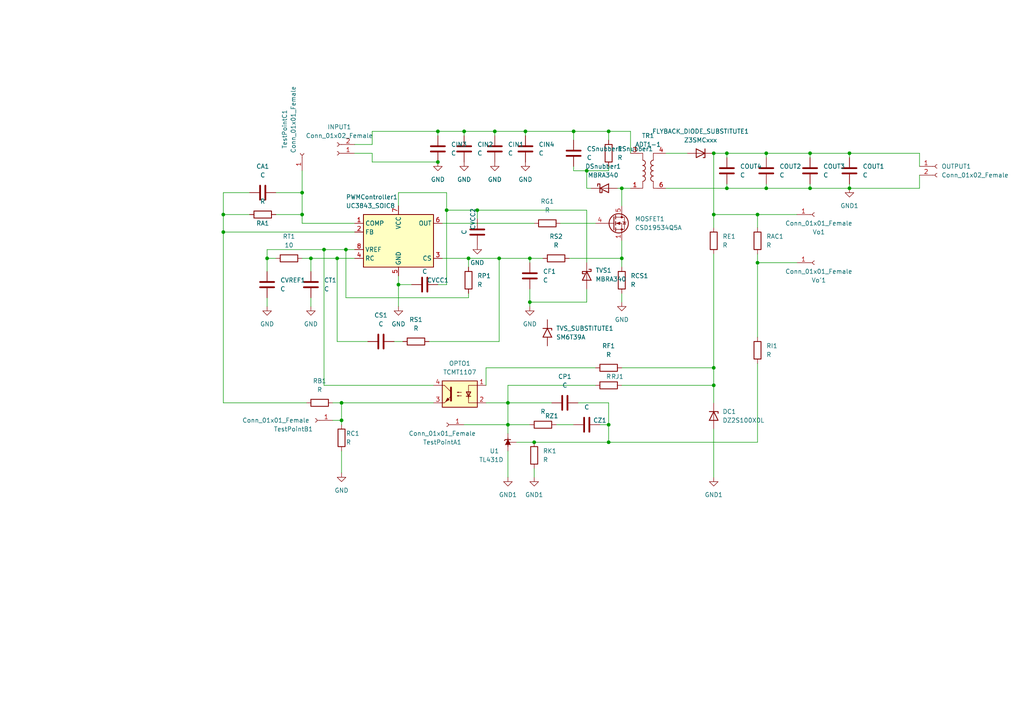
<source format=kicad_sch>
(kicad_sch (version 20211123) (generator eeschema)
  (paper "A4")
  (lib_symbols
    (symbol "Connector:Conn_01x01_Female" (pin_names (offset 1.016) hide)
      (property "Reference" "J" (at 0 2.54 0))
      (property "Value" "Conn_01x01_Female" (at 0 -2.54 0))
      (symbol "Conn_01x01_Female_1_1"
        (polyline (pts (xy -1.27 0) (xy -0.508 0)) (stroke (width 0.1524)))
        (arc (start 0 0.508) (mid -0.508 0) (end 0 -0.508) (stroke (width 0.1524)))
        (pin passive line (at -5.08 0 0) (length 3.81) (name "Pin_1") (number "1"))
      )
    )
    (symbol "Connector:Conn_01x02_Female" (pin_names (offset 1.016) hide)
      (property "Reference" "J" (at 0 2.54 0))
      (property "Value" "Conn_01x02_Female" (at 0 -5.08 0))
      (symbol "Conn_01x02_Female_1_1"
        (arc (start 0 -2.032) (mid -0.508 -2.54) (end 0 -3.048) (stroke (width 0.1524)))
        (polyline (pts (xy -1.27 -2.54) (xy -0.508 -2.54)) (stroke (width 0.1524)))
        (polyline (pts (xy -1.27 0) (xy -0.508 0)) (stroke (width 0.1524)))
        (arc (start 0 0.508) (mid -0.508 0) (end 0 -0.508) (stroke (width 0.1524)))
        (pin passive line (at -5.08 0 0) (length 3.81) (name "Pin_1") (number "1"))
        (pin passive line (at -5.08 -2.54 0) (length 3.81) (name "Pin_2") (number "2"))
      )
    )
    (symbol "Device:C" (pin_numbers hide) (pin_names (offset 0.254))
      (property "Reference" "C" (at 0.635 2.54 0))
      (property "Value" "C" (at 0.635 -2.54 0))
      (symbol "C_0_1"
        (polyline (pts (xy -2.032 -0.762) (xy 2.032 -0.762)) (stroke (width 0.508)))
        (polyline (pts (xy -2.032 0.762) (xy 2.032 0.762)) (stroke (width 0.508)))
      )
      (symbol "C_1_1"
        (pin passive line (at 0 3.81 270) (length 2.794) (name "~") (number "1"))
        (pin passive line (at 0 -3.81 90) (length 2.794) (name "~") (number "2"))
      )
    )
    (symbol "Device:R" (pin_numbers hide) (pin_names (offset 0))
      (property "Reference" "R" (at 2.032 0 90))
      (property "Value" "R" (at 0 0 90))
      (symbol "R_0_1"
        (rectangle (start -1.016 -2.54) (end 1.016 2.54) (stroke (width 0.254)))
      )
      (symbol "R_1_1"
        (pin passive line (at 0 3.81 270) (length 1.27) (name "~") (number "1"))
        (pin passive line (at 0 -3.81 90) (length 1.27) (name "~") (number "2"))
      )
    )
    (symbol "Diode:DZ2S100X0L" (pin_numbers hide) (pin_names hide)
      (property "Reference" "D" (at 0 2.54 0))
      (property "Value" "DZ2S100X0L" (at 0 -2.54 0))
      (symbol "DZ2S100X0L_0_1"
        (polyline (pts (xy 1.27 0) (xy -1.27 0)))
        (polyline (pts (xy -1.27 -1.27) (xy -1.27 1.27) (xy -0.762 1.27)) (stroke (width 0.254)))
        (polyline (pts (xy 1.27 -1.27) (xy 1.27 1.27) (xy -1.27 0) (xy 1.27 -1.27)) (stroke (width 0.254)))
      )
      (symbol "DZ2S100X0L_1_1"
        (pin passive line (at -3.81 0 0) (length 2.54) (name "K") (number "1"))
        (pin passive line (at 3.81 0 180) (length 2.54) (name "A") (number "2"))
      )
    )
    (symbol "Diode:MBRA340" (pin_numbers hide) (pin_names hide)
      (property "Reference" "D" (at 0 2.54 0))
      (property "Value" "MBRA340" (at 0 -2.54 0))
      (symbol "MBRA340_0_1"
        (polyline (pts (xy 1.27 0) (xy -1.27 0)))
        (polyline (pts (xy 1.27 1.27) (xy 1.27 -1.27) (xy -1.27 0) (xy 1.27 1.27)) (stroke (width 0.254)))
        (polyline (pts (xy -1.905 0.635) (xy -1.905 1.27) (xy -1.27 1.27) (xy -1.27 -1.27) (xy -0.635 -1.27) (xy -0.635 -0.635)) (stroke (width 0.254)))
      )
      (symbol "MBRA340_1_1"
        (pin passive line (at -3.81 0 0) (length 2.54) (name "K") (number "1"))
        (pin passive line (at 3.81 0 180) (length 2.54) (name "A") (number "2"))
      )
    )
    (symbol "Diode:SM6T39A" (pin_numbers hide) (pin_names (offset 1.016) hide)
      (property "Reference" "D" (at 0 2.54 0))
      (property "Value" "SM6T39A" (at 0 -2.54 0))
      (symbol "SM6T39A_0_1"
        (polyline (pts (xy -0.762 1.27) (xy -1.27 1.27) (xy -1.27 -1.27)) (stroke (width 0.254)))
        (polyline (pts (xy 1.27 1.27) (xy 1.27 -1.27) (xy -1.27 0) (xy 1.27 1.27)) (stroke (width 0.254)))
      )
      (symbol "SM6T39A_1_1"
        (pin passive line (at -3.81 0 0) (length 2.54) (name "A1") (number "1"))
        (pin passive line (at 3.81 0 180) (length 2.54) (name "A2") (number "2"))
      )
    )
    (symbol "Diode:Z3SMCxxx" (pin_numbers hide) (pin_names hide)
      (property "Reference" "D" (at 0 2.54 0))
      (property "Value" "Z3SMCxxx" (at 0 -2.54 0))
      (symbol "Z3SMCxxx_0_1"
        (polyline (pts (xy 1.27 0) (xy -1.27 0)))
        (polyline (pts (xy -1.27 -1.27) (xy -1.27 1.27) (xy -0.762 1.27)) (stroke (width 0.254)))
        (polyline (pts (xy 1.27 -1.27) (xy 1.27 1.27) (xy -1.27 0) (xy 1.27 -1.27)) (stroke (width 0.254)))
      )
      (symbol "Z3SMCxxx_1_1"
        (pin passive line (at -3.81 0 0) (length 2.54) (name "K") (number "1"))
        (pin passive line (at 3.81 0 180) (length 2.54) (name "A") (number "2"))
      )
    )
    (symbol "Isolator:TCMT1107" (pin_names (offset 1.016))
      (property "Reference" "U" (at 0 5.08 0))
      (property "Value" "TCMT1107" (at 0 -5.08 0))
      (symbol "TCMT1107_1_1"
        (rectangle (start -5.08 3.81) (end 5.08 -3.81) (stroke (width 0.254)) (fill (type background)))
        (polyline (pts (xy -3.175 -0.635) (xy -1.905 -0.635)) (stroke (width 0.254)))
        (polyline (pts (xy 2.54 0.635) (xy 4.445 2.54)))
        (polyline (pts (xy 4.445 -2.54) (xy 2.54 -0.635)) (fill (type outline)))
        (polyline (pts (xy 4.445 -2.54) (xy 5.08 -2.54)))
        (polyline (pts (xy 4.445 2.54) (xy 5.08 2.54)))
        (polyline (pts (xy -2.54 -0.635) (xy -2.54 -2.54) (xy -5.08 -2.54)))
        (polyline (pts (xy 2.54 1.905) (xy 2.54 -1.905) (xy 2.54 -1.905)) (stroke (width 0.508)))
        (polyline (pts (xy -5.08 2.54) (xy -2.54 2.54) (xy -2.54 -1.27) (xy -2.54 0.635)))
        (polyline (pts (xy -2.54 -0.635) (xy -3.175 0.635) (xy -1.905 0.635) (xy -2.54 -0.635)) (stroke (width 0.254)))
        (polyline (pts (xy -0.508 -0.508) (xy 0.762 -0.508) (xy 0.381 -0.635) (xy 0.381 -0.381) (xy 0.762 -0.508)))
        (polyline (pts (xy -0.508 0.508) (xy 0.762 0.508) (xy 0.381 0.381) (xy 0.381 0.635) (xy 0.762 0.508)))
        (polyline (pts (xy 3.048 -1.651) (xy 3.556 -1.143) (xy 4.064 -2.159) (xy 3.048 -1.651) (xy 3.048 -1.651)) (fill (type outline)))
        (pin passive line (at -7.62 2.54 0) (length 2.54) (name "~") (number "1"))
        (pin passive line (at -7.62 -2.54 0) (length 2.54) (name "~") (number "2"))
        (pin passive line (at 7.62 -2.54 180) (length 2.54) (name "~") (number "3"))
        (pin passive line (at 7.62 2.54 180) (length 2.54) (name "~") (number "4"))
      )
    )
    (symbol "Reference_Voltage:TL431D" (pin_numbers hide) (pin_names hide)
      (property "Reference" "U" (at 0 -2.54 0))
      (property "Value" "TL431D" (at 0 -4.445 0))
      (symbol "TL431D_0_1"
        (polyline (pts (xy -1.27 0) (xy 0 0) (xy 1.27 0)))
        (polyline (pts (xy -0.762 0.762) (xy 0.762 0) (xy -0.762 -0.762)) (fill (type outline)))
        (polyline (pts (xy 0.508 -1.016) (xy 0.762 -0.762) (xy 0.762 0.762) (xy 0.762 0.762)) (stroke (width 0.254)))
      )
      (symbol "TL431D_1_1"
        (polyline (pts (xy 0 1.27) (xy 0 0)))
        (pin passive line (at 2.54 0 180) (length 2.54) (name "K") (number "1"))
        (pin passive line (at -2.54 0 0) (length 2.54) (name "A") (number "2"))
        (pin passive line (at -2.54 0 0) (length 2.54) hide (name "A") (number "3"))
        (pin passive line (at -2.54 0 0) (length 2.54) hide (name "A") (number "6"))
        (pin passive line (at -2.54 0 0) (length 2.54) hide (name "A") (number "7"))
        (pin passive line (at 0 2.54 270) (length 2.54) (name "REF") (number "8"))
      )
    )
    (symbol "Regulator_Controller:UC3843_SOIC8"
      (property "Reference" "U" (at 3.81 11.43 0))
      (property "Value" "UC3843_SOIC8" (at 3.81 8.89 0))
      (symbol "UC3843_SOIC8_0_1"
        (rectangle (start -10.16 -7.62) (end 10.16 7.62) (stroke (width 0.254)) (fill (type background)))
      )
      (symbol "UC3843_SOIC8_1_1"
        (pin passive line (at -12.7 5.08 0) (length 2.54) (name "COMP") (number "1"))
        (pin input line (at -12.7 2.54 0) (length 2.54) (name "FB") (number "2"))
        (pin input line (at 12.7 -5.08 180) (length 2.54) (name "CS") (number "3"))
        (pin passive line (at -12.7 -5.08 0) (length 2.54) (name "RC") (number "4"))
        (pin power_in line (at 0 -10.16 90) (length 2.54) (name "GND") (number "5"))
        (pin output line (at 12.7 5.08 180) (length 2.54) (name "OUT") (number "6"))
        (pin power_in line (at 0 10.16 270) (length 2.54) (name "VCC") (number "7"))
        (pin power_out line (at -12.7 -2.54 0) (length 2.54) (name "VREF") (number "8"))
      )
    )
    (symbol "Transformer:ADT1-1" (pin_names hide)
      (property "Reference" "TR" (at 0 6.35 0))
      (property "Value" "ADT1-1" (at 0 -6.35 0))
      (symbol "ADT1-1_0_1"
        (arc (start -1.524 -3.048) (mid -0.762 -2.286) (end -1.524 -1.524) (stroke (width 0.2032)))
        (arc (start -1.524 -1.524) (mid -0.762 -0.762) (end -1.524 0) (stroke (width 0.2032)))
        (arc (start -1.524 0) (mid -0.762 0.762) (end -1.524 1.524) (stroke (width 0.2032)))
        (arc (start -1.524 1.524) (mid -0.762 2.286) (end -1.524 3.048) (stroke (width 0.2032)))
        (polyline (pts (xy -2.54 5.08) (xy -1.524 5.08) (xy -1.524 3.048)) (stroke (width 0.1524)))
        (polyline (pts (xy -1.524 -3.048) (xy -1.524 -5.08) (xy -2.54 -5.08)) (stroke (width 0.1524)))
        (polyline (pts (xy 1.524 3.048) (xy 1.524 5.08) (xy 2.54 5.08)) (stroke (width 0.1524)))
        (polyline (pts (xy 2.54 -5.08) (xy 1.524 -5.08) (xy 1.524 -3.048)) (stroke (width 0.1524)))
        (arc (start 1.524 -1.524) (mid 0.762 -2.286) (end 1.524 -3.048) (stroke (width 0.2032)))
        (arc (start 1.524 0) (mid 0.762 -0.762) (end 1.524 -1.524) (stroke (width 0.2032)))
        (arc (start 1.524 1.524) (mid 0.762 0.762) (end 1.524 0) (stroke (width 0.2032)))
        (arc (start 1.524 3.048) (mid 0.762 2.286) (end 1.524 1.524) (stroke (width 0.2032)))
      )
      (symbol "ADT1-1_1_1"
        (pin passive line (at -5.08 -5.08 0) (length 2.54) (name "~") (number "1"))
        (pin passive line (at -5.08 5.08 0) (length 2.54) (name "~") (number "3"))
        (pin passive line (at 5.08 5.08 180) (length 2.54) (name "~") (number "4"))
        (pin passive line (at 5.08 -5.08 180) (length 2.54) (name "~") (number "6"))
      )
    )
    (symbol "Transistor_FET:CSD19534Q5A" (pin_names hide)
      (property "Reference" "Q" (at 5.08 1.905 0))
      (property "Value" "CSD19534Q5A" (at 5.08 0 0))
      (symbol "CSD19534Q5A_0_1"
        (polyline (pts (xy 0.254 0) (xy -2.54 0)))
        (polyline (pts (xy 0.254 1.905) (xy 0.254 -1.905)) (stroke (width 0.254)))
        (polyline (pts (xy 0.762 -1.27) (xy 0.762 -2.286)) (stroke (width 0.254)))
        (polyline (pts (xy 0.762 0.508) (xy 0.762 -0.508)) (stroke (width 0.254)))
        (polyline (pts (xy 0.762 2.286) (xy 0.762 1.27)) (stroke (width 0.254)))
        (polyline (pts (xy 2.54 2.54) (xy 2.54 1.778)))
        (polyline (pts (xy 2.54 -2.54) (xy 2.54 0) (xy 0.762 0)))
        (polyline (pts (xy 0.762 -1.778) (xy 3.302 -1.778) (xy 3.302 1.778) (xy 0.762 1.778)))
        (polyline (pts (xy 1.016 0) (xy 2.032 0.381) (xy 2.032 -0.381) (xy 1.016 0)) (fill (type outline)))
        (polyline (pts (xy 2.794 0.508) (xy 2.921 0.381) (xy 3.683 0.381) (xy 3.81 0.254)))
        (polyline (pts (xy 3.302 0.381) (xy 2.921 -0.254) (xy 3.683 -0.254) (xy 3.302 0.381)))
        (circle (center 1.651 0) (radius 2.794) (stroke (width 0.254)))
        (circle (center 2.54 -1.778) (radius 0.254) (fill (type outline)))
        (circle (center 2.54 1.778) (radius 0.254) (fill (type outline)))
      )
      (symbol "CSD19534Q5A_1_1"
        (pin passive line (at 2.54 -5.08 90) (length 2.54) (name "S") (number "1"))
        (pin passive line (at 2.54 -5.08 90) (length 2.54) hide (name "S") (number "2"))
        (pin passive line (at 2.54 -5.08 90) (length 2.54) hide (name "S") (number "3"))
        (pin passive line (at -5.08 0 0) (length 2.54) (name "G") (number "4"))
        (pin passive line (at 2.54 5.08 270) (length 2.54) (name "D") (number "5"))
      )
    )
    (symbol "power:GND" (power) (pin_names (offset 0))
      (property "Value" "GND" (at 0 -3.81 0))
      (symbol "GND_0_1"
        (polyline (pts (xy 0 0) (xy 0 -1.27) (xy 1.27 -1.27) (xy 0 -2.54) (xy -1.27 -1.27) (xy 0 -1.27)))
      )
      (symbol "GND_1_1"
        (pin power_in line (at 0 0 270) (length 0) hide (name "GND") (number "1"))
      )
    )
    (symbol "power:GND1" (power) (pin_names (offset 0))
      (property "Value" "GND1" (at 0 -3.81 0))
      (symbol "GND1_0_1"
        (polyline (pts (xy 0 0) (xy 0 -1.27) (xy 1.27 -1.27) (xy 0 -2.54) (xy -1.27 -1.27) (xy 0 -1.27)))
      )
      (symbol "GND1_1_1"
        (pin power_in line (at 0 0 270) (length 0) hide (name "GND1") (number "1"))
      )
    )
  )
  (junction (at 100.33 72.39))
  (junction (at 147.32 116.84))
  (junction (at 135.89 74.93))
  (junction (at 222.25 44.45))
  (junction (at 144.78 74.93))
  (junction (at 219.71 76.2))
  (junction (at 234.95 44.45))
  (junction (at 176.53 123.19))
  (junction (at 246.38 44.45))
  (junction (at 207.01 111.76))
  (junction (at 129.54 60.96))
  (junction (at 207.01 44.45))
  (junction (at 127 38.1))
  (junction (at 166.37 38.1))
  (junction (at 210.82 54.61))
  (junction (at 134.62 38.1))
  (junction (at 138.43 60.96))
  (junction (at 180.34 74.93))
  (junction (at 222.25 54.61))
  (junction (at 152.4 38.1))
  (junction (at 153.67 74.93))
  (junction (at 153.67 87.63))
  (junction (at 219.71 62.23))
  (junction (at 210.82 44.45))
  (junction (at 154.94 128.27))
  (junction (at 234.95 54.61))
  (junction (at 180.34 54.61))
  (junction (at 87.63 62.23))
  (junction (at 90.17 74.93))
  (junction (at 93.98 72.39))
  (junction (at 246.38 54.61))
  (junction (at 87.63 55.88))
  (junction (at 170.18 49.53))
  (junction (at 99.06 121.92))
  (junction (at 176.53 128.27))
  (junction (at 176.53 38.1))
  (junction (at 77.47 74.93))
  (junction (at 127 46.99))
  (junction (at 143.51 38.1))
  (junction (at 207.01 106.68))
  (junction (at 207.01 62.23))
  (junction (at 115.57 82.55))
  (junction (at 64.77 67.31))
  (junction (at 97.79 74.93))
  (junction (at 147.32 123.19))
  (junction (at 99.06 116.84))
  (junction (at 64.77 62.23))
  (wire (pts (xy 100.33 86.36) (xy 135.89 86.36)))
  (wire (pts (xy 176.53 128.27) (xy 154.94 128.27)))
  (wire (pts (xy 219.71 76.2) (xy 231.14 76.2)))
  (wire (pts (xy 129.54 60.96) (xy 138.43 60.96)))
  (wire (pts (xy 207.01 62.23) (xy 207.01 66.04)))
  (wire (pts (xy 180.34 69.85) (xy 180.34 74.93)))
  (wire (pts (xy 107.95 38.1) (xy 127 38.1)))
  (wire (pts (xy 125.73 111.76) (xy 93.98 111.76)))
  (wire (pts (xy 147.32 123.19) (xy 147.32 116.84)))
  (wire (pts (xy 100.33 86.36) (xy 100.33 72.39)))
  (wire (pts (xy 77.47 74.93) (xy 77.47 72.39)))
  (wire (pts (xy 90.17 74.93) (xy 97.79 74.93)))
  (wire (pts (xy 80.01 62.23) (xy 87.63 62.23)))
  (wire (pts (xy 222.25 54.61) (xy 234.95 54.61)))
  (wire (pts (xy 219.71 62.23) (xy 219.71 66.04)))
  (wire (pts (xy 138.43 60.96) (xy 170.18 60.96)))
  (wire (pts (xy 115.57 82.55) (xy 115.57 88.9)))
  (wire (pts (xy 64.77 62.23) (xy 64.77 67.31)))
  (wire (pts (xy 127 38.1) (xy 134.62 38.1)))
  (wire (pts (xy 180.34 85.09) (xy 180.34 87.63)))
  (wire (pts (xy 222.25 44.45) (xy 210.82 44.45)))
  (wire (pts (xy 87.63 74.93) (xy 90.17 74.93)))
  (wire (pts (xy 180.34 111.76) (xy 207.01 111.76)))
  (wire (pts (xy 176.53 38.1) (xy 182.88 38.1)))
  (wire (pts (xy 127 82.55) (xy 129.54 82.55)))
  (wire (pts (xy 140.97 106.68) (xy 140.97 111.76)))
  (wire (pts (xy 147.32 116.84) (xy 140.97 116.84)))
  (wire (pts (xy 140.97 106.68) (xy 172.72 106.68)))
  (wire (pts (xy 88.9 116.84) (xy 64.77 116.84)))
  (wire (pts (xy 124.46 99.06) (xy 144.78 99.06)))
  (wire (pts (xy 176.53 123.19) (xy 176.53 116.84)))
  (wire (pts (xy 115.57 55.88) (xy 129.54 55.88)))
  (wire (pts (xy 64.77 62.23) (xy 72.39 62.23)))
  (wire (pts (xy 143.51 38.1) (xy 152.4 38.1)))
  (wire (pts (xy 180.34 74.93) (xy 180.34 77.47)))
  (wire (pts (xy 64.77 55.88) (xy 64.77 62.23)))
  (wire (pts (xy 219.71 76.2) (xy 219.71 97.79)))
  (wire (pts (xy 90.17 86.36) (xy 90.17 88.9)))
  (wire (pts (xy 90.17 74.93) (xy 90.17 78.74)))
  (wire (pts (xy 246.38 45.72) (xy 246.38 44.45)))
  (wire (pts (xy 234.95 53.34) (xy 234.95 54.61)))
  (wire (pts (xy 153.67 83.82) (xy 153.67 87.63)))
  (wire (pts (xy 234.95 45.72) (xy 234.95 44.45)))
  (wire (pts (xy 102.87 41.91) (xy 107.95 41.91)))
  (wire (pts (xy 152.4 38.1) (xy 166.37 38.1)))
  (wire (pts (xy 266.7 50.8) (xy 266.7 54.61)))
  (wire (pts (xy 207.01 124.46) (xy 207.01 138.43)))
  (wire (pts (xy 147.32 123.19) (xy 153.67 123.19)))
  (wire (pts (xy 246.38 54.61) (xy 246.38 53.34)))
  (wire (pts (xy 93.98 72.39) (xy 100.33 72.39)))
  (wire (pts (xy 193.04 44.45) (xy 199.39 44.45)))
  (wire (pts (xy 87.63 55.88) (xy 87.63 62.23)))
  (wire (pts (xy 96.52 121.92) (xy 99.06 121.92)))
  (wire (pts (xy 115.57 59.69) (xy 115.57 55.88)))
  (wire (pts (xy 99.06 121.92) (xy 99.06 123.19)))
  (wire (pts (xy 219.71 62.23) (xy 231.14 62.23)))
  (wire (pts (xy 222.25 44.45) (xy 234.95 44.45)))
  (wire (pts (xy 80.01 55.88) (xy 87.63 55.88)))
  (wire (pts (xy 96.52 116.84) (xy 99.06 116.84)))
  (wire (pts (xy 222.25 53.34) (xy 222.25 54.61)))
  (wire (pts (xy 144.78 74.93) (xy 153.67 74.93)))
  (wire (pts (xy 143.51 38.1) (xy 143.51 39.37)))
  (wire (pts (xy 234.95 54.61) (xy 246.38 54.61)))
  (wire (pts (xy 207.01 44.45) (xy 210.82 44.45)))
  (wire (pts (xy 134.62 123.19) (xy 147.32 123.19)))
  (wire (pts (xy 180.34 54.61) (xy 182.88 54.61)))
  (wire (pts (xy 102.87 64.77) (xy 87.63 64.77)))
  (wire (pts (xy 246.38 54.61) (xy 266.7 54.61)))
  (wire (pts (xy 246.38 44.45) (xy 234.95 44.45)))
  (wire (pts (xy 210.82 54.61) (xy 222.25 54.61)))
  (wire (pts (xy 97.79 99.06) (xy 97.79 74.93)))
  (wire (pts (xy 135.89 85.09) (xy 135.89 86.36)))
  (wire (pts (xy 127 38.1) (xy 127 39.37)))
  (wire (pts (xy 210.82 44.45) (xy 210.82 45.72)))
  (wire (pts (xy 207.01 73.66) (xy 207.01 106.68)))
  (wire (pts (xy 170.18 49.53) (xy 166.37 49.53)))
  (wire (pts (xy 115.57 82.55) (xy 119.38 82.55)))
  (wire (pts (xy 102.87 44.45) (xy 107.95 44.45)))
  (wire (pts (xy 152.4 38.1) (xy 152.4 39.37)))
  (wire (pts (xy 219.71 128.27) (xy 176.53 128.27)))
  (wire (pts (xy 80.01 74.93) (xy 77.47 74.93)))
  (wire (pts (xy 154.94 135.89) (xy 154.94 138.43)))
  (wire (pts (xy 87.63 62.23) (xy 87.63 64.77)))
  (wire (pts (xy 93.98 111.76) (xy 93.98 72.39)))
  (wire (pts (xy 129.54 60.96) (xy 129.54 82.55)))
  (wire (pts (xy 97.79 74.93) (xy 102.87 74.93)))
  (wire (pts (xy 149.86 128.27) (xy 154.94 128.27)))
  (wire (pts (xy 72.39 55.88) (xy 64.77 55.88)))
  (wire (pts (xy 114.3 99.06) (xy 116.84 99.06)))
  (wire (pts (xy 171.45 54.61) (xy 170.18 54.61)))
  (wire (pts (xy 77.47 72.39) (xy 93.98 72.39)))
  (wire (pts (xy 222.25 45.72) (xy 222.25 44.45)))
  (wire (pts (xy 107.95 41.91) (xy 107.95 38.1)))
  (wire (pts (xy 77.47 86.36) (xy 77.47 88.9)))
  (wire (pts (xy 162.56 64.77) (xy 172.72 64.77)))
  (wire (pts (xy 99.06 130.81) (xy 99.06 137.16)))
  (wire (pts (xy 77.47 74.93) (xy 77.47 78.74)))
  (wire (pts (xy 210.82 53.34) (xy 210.82 54.61)))
  (wire (pts (xy 147.32 111.76) (xy 172.72 111.76)))
  (wire (pts (xy 176.53 49.53) (xy 170.18 49.53)))
  (wire (pts (xy 99.06 116.84) (xy 99.06 121.92)))
  (wire (pts (xy 147.32 116.84) (xy 147.32 111.76)))
  (wire (pts (xy 147.32 116.84) (xy 160.02 116.84)))
  (wire (pts (xy 173.99 123.19) (xy 176.53 123.19)))
  (wire (pts (xy 128.27 74.93) (xy 135.89 74.93)))
  (wire (pts (xy 176.53 123.19) (xy 176.53 128.27)))
  (wire (pts (xy 144.78 99.06) (xy 144.78 74.93)))
  (wire (pts (xy 135.89 74.93) (xy 144.78 74.93)))
  (wire (pts (xy 179.07 54.61) (xy 180.34 54.61)))
  (wire (pts (xy 143.51 38.1) (xy 134.62 38.1)))
  (wire (pts (xy 153.67 87.63) (xy 170.18 87.63)))
  (wire (pts (xy 135.89 74.93) (xy 135.89 77.47)))
  (wire (pts (xy 180.34 106.68) (xy 207.01 106.68)))
  (wire (pts (xy 100.33 72.39) (xy 102.87 72.39)))
  (wire (pts (xy 147.32 125.73) (xy 147.32 123.19)))
  (wire (pts (xy 170.18 87.63) (xy 170.18 83.82)))
  (wire (pts (xy 153.67 74.93) (xy 153.67 76.2)))
  (wire (pts (xy 161.29 123.19) (xy 166.37 123.19)))
  (wire (pts (xy 170.18 49.53) (xy 170.18 54.61)))
  (wire (pts (xy 207.01 106.68) (xy 207.01 111.76)))
  (wire (pts (xy 176.53 38.1) (xy 176.53 40.64)))
  (wire (pts (xy 207.01 62.23) (xy 219.71 62.23)))
  (wire (pts (xy 106.68 99.06) (xy 97.79 99.06)))
  (wire (pts (xy 157.48 74.93) (xy 153.67 74.93)))
  (wire (pts (xy 219.71 73.66) (xy 219.71 76.2)))
  (wire (pts (xy 180.34 59.69) (xy 180.34 54.61)))
  (wire (pts (xy 153.67 87.63) (xy 153.67 88.9)))
  (wire (pts (xy 266.7 48.26) (xy 266.7 44.45)))
  (wire (pts (xy 128.27 64.77) (xy 154.94 64.77)))
  (wire (pts (xy 115.57 80.01) (xy 115.57 82.55)))
  (wire (pts (xy 207.01 111.76) (xy 207.01 116.84)))
  (wire (pts (xy 87.63 49.53) (xy 87.63 55.88)))
  (wire (pts (xy 170.18 60.96) (xy 170.18 76.2)))
  (wire (pts (xy 176.53 116.84) (xy 167.64 116.84)))
  (wire (pts (xy 193.04 54.61) (xy 210.82 54.61)))
  (wire (pts (xy 176.53 48.26) (xy 176.53 49.53)))
  (wire (pts (xy 219.71 105.41) (xy 219.71 128.27)))
  (wire (pts (xy 125.73 116.84) (xy 99.06 116.84)))
  (wire (pts (xy 246.38 44.45) (xy 266.7 44.45)))
  (wire (pts (xy 166.37 38.1) (xy 166.37 40.64)))
  (wire (pts (xy 102.87 67.31) (xy 64.77 67.31)))
  (wire (pts (xy 147.32 130.81) (xy 147.32 138.43)))
  (wire (pts (xy 166.37 38.1) (xy 176.53 38.1)))
  (wire (pts (xy 107.95 44.45) (xy 107.95 46.99)))
  (wire (pts (xy 129.54 55.88) (xy 129.54 60.96)))
  (wire (pts (xy 64.77 116.84) (xy 64.77 67.31)))
  (wire (pts (xy 182.88 38.1) (xy 182.88 44.45)))
  (wire (pts (xy 207.01 44.45) (xy 207.01 62.23)))
  (wire (pts (xy 134.62 38.1) (xy 134.62 39.37)))
  (wire (pts (xy 107.95 46.99) (xy 127 46.99)))
  (wire (pts (xy 165.1 74.93) (xy 180.34 74.93)))
  (wire (pts (xy 138.43 60.96) (xy 138.43 63.5)))
  (wire (pts (xy 166.37 49.53) (xy 166.37 48.26)))
  (symbol (lib_id "Device:C") (at 134.62 43.18 0) (unit 1)
    (property "Reference" "CIN2" (at 138.43 41.9099 0) (effects (justify left)))
    (property "Value" "C" (at 138.43 44.4499 0) (effects (justify left)))
    (property "Footprint" "Capacitor_SMD:CP_Elec_10x10.5" (effects hide))
  )
  (symbol (lib_id "Device:C") (at 222.25 49.53 0) (unit 1)
    (property "Reference" "COUT2" (at 226.06 48.2599 0) (effects (justify left)))
    (property "Value" "C" (at 226.06 50.7999 0) (effects (justify left)))
    (property "Footprint" "Capacitor_SMD:CP_Elec_10x10.5" (effects hide))
  )
  (symbol (lib_id "Device:C") (at 234.95 49.53 0) (unit 1)
    (property "Reference" "COUT3" (at 238.76 48.2599 0) (effects (justify left)))
    (property "Value" "C" (at 238.76 50.7999 0) (effects (justify left)))
    (property "Footprint" "Capacitor_SMD:CP_Elec_10x10.5" (effects hide))
  )
  (symbol (lib_id "power:GND") (at 90.17 88.9 0) (unit 1)
    (property "Reference" "#PWR0105" (effects hide))
    (property "Value" "GND" (at 90.17 93.98 0))
  )
  (symbol (lib_id "Diode:DZ2S100X0L") (at 207.01 120.65 270) (unit 1)
    (property "Reference" "DC1" (at 209.55 119.3799 90) (effects (justify left)))
    (property "Value" "DZ2S100X0L" (at 209.55 121.9199 90) (effects (justify left)))
    (property "Footprint" "Diode_SMD:D_SOD-523" (effects hide))
    (property "Datasheet" "https://industrial.panasonic.com/content/data/SC/ds/ds4/DZ2S10000L_E.pdf" (effects hide))
  )
  (symbol (lib_id "Device:R") (at 92.71 116.84 90) (unit 1)
    (property "Reference" "RB1" (at 92.71 110.49 90))
    (property "Value" "R" (at 92.71 113.03 90))
    (property "Footprint" "Resistor_SMD:R_0805_2012Metric_Pad1.20x1.40mm_HandSolder" (effects hide))
  )
  (symbol (lib_id "Device:C") (at 152.4 43.18 0) (unit 1)
    (property "Reference" "CIN4" (at 156.21 41.9099 0) (effects (justify left)))
    (property "Value" "C" (at 156.21 44.4499 0) (effects (justify left)))
    (property "Footprint" "Capacitor_SMD:CP_Elec_10x10.5" (effects hide))
  )
  (symbol (lib_id "Device:R") (at 219.71 69.85 0) (unit 1)
    (property "Reference" "RAC1" (at 222.25 68.5799 0) (effects (justify left)))
    (property "Value" "R" (at 222.25 71.1199 0) (effects (justify left)))
    (property "Footprint" "Resistor_SMD:R_0805_2012Metric_Pad1.20x1.40mm_HandSolder" (effects hide))
  )
  (symbol (lib_id "Diode:SM6T39A") (at 158.75 96.52 270) (unit 1)
    (property "Reference" "TVS_SUBSTITUTE1" (at 161.29 95.2499 90) (effects (justify left)))
    (property "Value" "SM6T39A" (at 161.29 97.7899 90) (effects (justify left)))
    (property "Footprint" "Diode_SMD:D_SMB" (effects hide))
    (property "Datasheet" "https://www.st.com/resource/en/datasheet/sm6t.pdf" (effects hide))
  )
  (symbol (lib_id "Reference_Voltage:TL431D") (at 147.32 128.27 270) (mirror x) (unit 1)
    (property "Reference" "U1" (at 144.78 130.81 90) (effects (justify right)))
    (property "Value" "TL431D" (at 146.05 133.35 90) (effects (justify right)))
    (property "Footprint" "Package_SO:SOIC-8_3.9x4.9mm_P1.27mm" (effects hide))
    (property "Datasheet" "http://www.ti.com/lit/ds/symlink/tl431.pdf" (effects hide))
  )
  (symbol (lib_id "Device:C") (at 76.2 55.88 90) (unit 1)
    (property "Reference" "CA1" (at 76.2 48.26 90))
    (property "Value" "C" (at 76.2 50.8 90))
    (property "Footprint" "Capacitor_SMD:C_0805_2012Metric_Pad1.18x1.45mm_HandSolder" (effects hide))
  )
  (symbol (lib_id "Device:C") (at 170.18 123.19 90) (unit 1)
    (property "Reference" "CZ1" (at 173.99 121.92 90))
    (property "Value" "C" (at 170.18 118.11 90))
    (property "Footprint" "Capacitor_SMD:C_0805_2012Metric_Pad1.18x1.45mm_HandSolder" (effects hide))
  )
  (symbol (lib_id "Connector:Conn_01x01_Female") (at 236.22 76.2 0) (unit 1)
    (property "Reference" "Vo'1" (at 237.49 81.28 0))
    (property "Value" "Conn_01x01_Female" (at 237.49 78.74 0))
    (property "Footprint" "TestPoint:TestPoint_Pad_2.5x2.5mm" (effects hide))
  )
  (symbol (lib_id "Diode:Z3SMCxxx") (at 203.2 44.45 180) (unit 1)
    (property "Reference" "FLYBACK_DIODE_SUBSTITUTE1" (at 203.2 38.1 0))
    (property "Value" "Z3SMCxxx" (at 203.2 40.64 0))
    (property "Footprint" "Diode_SMD:D_SMC" (effects hide))
    (property "Datasheet" "https://diotec.com/tl_files/diotec/files/pdf/datasheets/z3smc1.pdf" (effects hide))
  )
  (symbol (lib_id "Device:R") (at 99.06 127 0) (unit 1)
    (property "Reference" "RC1" (at 100.33 125.73 0) (effects (justify left)))
    (property "Value" "R" (at 100.33 128.27 0) (effects (justify left)))
    (property "Footprint" "Resistor_SMD:R_0805_2012Metric_Pad1.20x1.40mm_HandSolder" (effects hide))
  )
  (symbol (lib_id "Transistor_FET:CSD19534Q5A") (at 177.8 64.77 0) (unit 1)
    (property "Reference" "MOSFET1" (at 184.15 63.4999 0) (effects (justify left)))
    (property "Value" "CSD19534Q5A" (at 184.15 66.0399 0) (effects (justify left)))
    (property "Footprint" "Package_TO_SOT_SMD:TDSON-8-1" (effects hide))
    (property "Datasheet" "http://www.ti.com/lit/gpn/csd19534q5a" (effects hide))
  )
  (symbol (lib_id "Device:R") (at 219.71 101.6 0) (unit 1)
    (property "Reference" "RI1" (at 222.25 100.3299 0) (effects (justify left)))
    (property "Value" "R" (at 222.25 102.8699 0) (effects (justify left)))
    (property "Footprint" "Resistor_SMD:R_0805_2012Metric_Pad1.20x1.40mm_HandSolder" (effects hide))
  )
  (symbol (lib_id "Device:R") (at 120.65 99.06 90) (unit 1)
    (property "Reference" "RS1" (at 120.65 92.71 90))
    (property "Value" "R" (at 120.65 95.25 90))
    (property "Footprint" "Resistor_SMD:R_0805_2012Metric_Pad1.20x1.40mm_HandSolder" (effects hide))
  )
  (symbol (lib_id "power:GND") (at 153.67 88.9 0) (unit 1)
    (property "Reference" "#PWR0104" (effects hide))
    (property "Value" "GND" (at 153.67 93.98 0))
  )
  (symbol (lib_id "Connector:Conn_01x02_Female") (at 271.78 48.26 0) (unit 1)
    (property "Reference" "OUTPUT1" (at 273.05 48.2599 0) (effects (justify left)))
    (property "Value" "Conn_01x02_Female" (at 273.05 50.7999 0) (effects (justify left)))
    (property "Footprint" "TerminalBlock_Phoenix:TerminalBlock_Phoenix_MKDS-1,5-2-5.08_1x02_P5.08mm_Horizontal" (effects hide))
  )
  (symbol (lib_id "power:GND") (at 180.34 87.63 0) (unit 1)
    (property "Reference" "#PWR0102" (effects hide))
    (property "Value" "GND" (at 180.34 92.71 0))
  )
  (symbol (lib_id "Device:R") (at 76.2 62.23 90) (unit 1)
    (property "Reference" "RA1" (at 76.2 64.77 90))
    (property "Value" "R" (at 76.2 58.42 90))
    (property "Footprint" "Resistor_SMD:R_0805_2012Metric_Pad1.20x1.40mm_HandSolder" (effects hide))
  )
  (symbol (lib_id "Connector:Conn_01x02_Female") (at 97.79 44.45 180) (unit 1)
    (property "Reference" "INPUT1" (at 98.425 36.83 0))
    (property "Value" "Conn_01x02_Female" (at 98.425 39.37 0))
    (property "Footprint" "TerminalBlock_Phoenix:TerminalBlock_Phoenix_MKDS-1,5-2-5.08_1x02_P5.08mm_Horizontal" (effects hide))
  )
  (symbol (lib_id "Device:C") (at 90.17 82.55 0) (unit 1)
    (property "Reference" "CT1" (at 93.98 81.2799 0) (effects (justify left)))
    (property "Value" "C" (at 93.98 83.8199 0) (effects (justify left)))
    (property "Footprint" "Capacitor_SMD:C_0805_2012Metric_Pad1.18x1.45mm_HandSolder" (effects hide))
  )
  (symbol (lib_id "Device:C") (at 246.38 49.53 0) (unit 1)
    (property "Reference" "COUT1" (at 250.19 48.2599 0) (effects (justify left)))
    (property "Value" "C" (at 250.19 50.7999 0) (effects (justify left)))
    (property "Footprint" "Capacitor_SMD:CP_Elec_10x10.5" (effects hide))
  )
  (symbol (lib_id "Connector:Conn_01x01_Female") (at 91.44 121.92 0) (mirror y) (unit 1)
    (property "Reference" "TestPointB1" (at 85.09 124.46 0))
    (property "Value" "Conn_01x01_Female" (at 80.01 121.92 0))
    (property "Footprint" "TestPoint:TestPoint_Pad_2.5x2.5mm" (effects hide))
  )
  (symbol (lib_id "Device:R") (at 158.75 64.77 90) (unit 1)
    (property "Reference" "RG1" (at 158.75 58.42 90))
    (property "Value" "R" (at 158.75 60.96 90))
    (property "Footprint" "Resistor_SMD:R_0805_2012Metric_Pad1.20x1.40mm_HandSolder" (effects hide))
  )
  (symbol (lib_id "Connector:Conn_01x01_Female") (at 87.63 44.45 90) (unit 1)
    (property "Reference" "TestPointC1" (at 82.55 43.18 0) (effects (justify left)))
    (property "Value" "Conn_01x01_Female" (at 85.09 44.45 0) (effects (justify left)))
    (property "Footprint" "TestPoint:TestPoint_Pad_2.5x2.5mm" (effects hide))
  )
  (symbol (lib_id "Device:R") (at 83.82 74.93 90) (unit 1)
    (property "Reference" "RT1" (at 83.82 68.58 90))
    (property "Value" "10" (at 83.82 71.12 90))
    (property "Footprint" "Resistor_SMD:R_0805_2012Metric_Pad1.20x1.40mm_HandSolder" (effects hide))
  )
  (symbol (lib_id "Device:R") (at 161.29 74.93 90) (unit 1)
    (property "Reference" "RS2" (at 161.29 68.58 90))
    (property "Value" "R" (at 161.29 71.12 90))
    (property "Footprint" "Resistor_SMD:R_0805_2012Metric_Pad1.20x1.40mm_HandSolder" (effects hide))
  )
  (symbol (lib_id "power:GND") (at 143.51 46.99 0) (unit 1)
    (property "Reference" "#PWR0113" (effects hide))
    (property "Value" "GND" (at 143.51 52.07 0))
  )
  (symbol (lib_id "power:GND") (at 152.4 46.99 0) (unit 1)
    (property "Reference" "#PWR0101" (effects hide))
    (property "Value" "GND" (at 152.4 52.07 0))
  )
  (symbol (lib_id "Diode:MBRA340") (at 170.18 80.01 270) (unit 1)
    (property "Reference" "TVS1" (at 172.72 78.4224 90) (effects (justify left)))
    (property "Value" "MBRA340" (at 172.72 80.9624 90) (effects (justify left)))
    (property "Footprint" "Diode_SMD:D_SMA" (effects hide))
    (property "Datasheet" "https://www.onsemi.com/pub/Collateral/MBRA340T3-D.PDF" (effects hide))
  )
  (symbol (lib_id "Device:C") (at 110.49 99.06 90) (unit 1)
    (property "Reference" "CS1" (at 110.49 91.44 90))
    (property "Value" "C" (at 110.49 93.98 90))
    (property "Footprint" "Capacitor_SMD:C_0805_2012Metric_Pad1.18x1.45mm_HandSolder" (effects hide))
  )
  (symbol (lib_id "Device:R") (at 157.48 123.19 90) (unit 1)
    (property "Reference" "RZ1" (at 160.02 120.65 90))
    (property "Value" "R" (at 157.48 119.38 90))
    (property "Footprint" "Resistor_SMD:R_0805_2012Metric_Pad1.20x1.40mm_HandSolder" (effects hide))
  )
  (symbol (lib_id "power:GND") (at 115.57 88.9 0) (unit 1)
    (property "Reference" "#PWR0103" (effects hide))
    (property "Value" "GND" (at 115.57 93.98 0))
  )
  (symbol (lib_id "power:GND") (at 138.43 71.12 0) (unit 1)
    (property "Reference" "#PWR0114" (effects hide))
    (property "Value" "GND" (at 138.43 76.2 0))
  )
  (symbol (lib_id "power:GND1") (at 246.38 54.61 0) (unit 1)
    (property "Reference" "#PWR?" (effects hide))
    (property "Value" "GND1" (at 246.38 59.69 0))
  )
  (symbol (lib_id "Device:C") (at 143.51 43.18 0) (unit 1)
    (property "Reference" "CIN1" (at 147.32 41.9099 0) (effects (justify left)))
    (property "Value" "C" (at 147.32 44.4499 0) (effects (justify left)))
    (property "Footprint" "Capacitor_SMD:CP_Elec_10x10.5" (effects hide))
  )
  (symbol (lib_id "Device:C") (at 127 43.18 0) (unit 1)
    (property "Reference" "CIN3" (at 130.81 41.9099 0) (effects (justify left)))
    (property "Value" "C" (at 130.81 44.4499 0) (effects (justify left)))
    (property "Footprint" "Capacitor_SMD:CP_Elec_10x10.5" (effects hide))
  )
  (symbol (lib_id "Regulator_Controller:UC3843_SOIC8") (at 115.57 69.85 0) (unit 1)
    (property "Reference" "PWMController1" (at 100.33 57.15 0) (effects (justify left)))
    (property "Value" "UC3843_SOIC8" (at 100.33 59.69 0) (effects (justify left)))
    (property "Footprint" "Package_SO:SOIC-8_3.9x4.9mm_P1.27mm" (effects hide))
    (property "Datasheet" "http://www.ti.com/lit/ds/symlink/uc3842.pdf" (effects hide))
  )
  (symbol (lib_id "Device:C") (at 210.82 49.53 0) (unit 1)
    (property "Reference" "COUT4" (at 214.63 48.2599 0) (effects (justify left)))
    (property "Value" "C" (at 214.63 50.7999 0) (effects (justify left)))
    (property "Footprint" "Capacitor_SMD:CP_Elec_10x10.5" (effects hide))
  )
  (symbol (lib_id "Device:C") (at 123.19 82.55 90) (unit 1)
    (property "Reference" "CVCC1" (at 127 81.28 90))
    (property "Value" "C" (at 123.19 78.74 90))
    (property "Footprint" "Capacitor_SMD:C_0805_2012Metric_Pad1.18x1.45mm_HandSolder" (effects hide))
  )
  (symbol (lib_id "Device:R") (at 154.94 132.08 0) (unit 1)
    (property "Reference" "RK1" (at 157.48 130.8099 0) (effects (justify left)))
    (property "Value" "R" (at 157.48 133.3499 0) (effects (justify left)))
    (property "Footprint" "Resistor_SMD:R_0805_2012Metric_Pad1.20x1.40mm_HandSolder" (effects hide))
  )
  (symbol (lib_id "Device:C") (at 166.37 44.45 0) (unit 1)
    (property "Reference" "CSnubber1" (at 170.18 43.1799 0) (effects (justify left)))
    (property "Value" "C" (at 170.18 45.7199 0) (effects (justify left)))
    (property "Footprint" "Capacitor_SMD:C_2220_5650Metric_Pad1.97x5.40mm_HandSolder" (effects hide))
  )
  (symbol (lib_id "Connector:Conn_01x01_Female") (at 236.22 62.23 0) (unit 1)
    (property "Reference" "Vo1" (at 237.49 67.31 0))
    (property "Value" "Conn_01x01_Female" (at 237.49 64.77 0))
    (property "Footprint" "TestPoint:TestPoint_Pad_2.5x2.5mm" (effects hide))
  )
  (symbol (lib_id "power:GND1") (at 207.01 138.43 0) (unit 1)
    (property "Reference" "#PWR0110" (effects hide))
    (property "Value" "GND1" (at 207.01 143.51 0))
  )
  (symbol (lib_id "power:GND") (at 99.06 137.16 0) (unit 1)
    (property "Reference" "#PWR0106" (effects hide))
    (property "Value" "GND" (at 99.06 142.24 0))
  )
  (symbol (lib_id "Device:R") (at 176.53 106.68 90) (unit 1)
    (property "Reference" "RF1" (at 176.53 100.33 90))
    (property "Value" "R" (at 176.53 102.87 90))
    (property "Footprint" "Resistor_SMD:R_0805_2012Metric_Pad1.20x1.40mm_HandSolder" (effects hide))
  )
  (symbol (lib_id "power:GND") (at 127 46.99 0) (unit 1)
    (property "Reference" "#PWR0111" (effects hide))
    (property "Value" "GND" (at 127 52.07 0))
  )
  (symbol (lib_id "Device:R") (at 176.53 44.45 0) (unit 1)
    (property "Reference" "RSnubber1" (at 179.07 43.1799 0) (effects (justify left)))
    (property "Value" "R" (at 179.07 45.7199 0) (effects (justify left)))
    (property "Footprint" "Resistor_SMD:R_2010_5025Metric_Pad1.40x2.65mm_HandSolder" (effects hide))
  )
  (symbol (lib_id "Transformer:ADT1-1") (at 187.96 49.53 0) (unit 1)
    (property "Reference" "TR1" (at 187.96 39.37 0))
    (property "Value" "ADT1-1" (at 187.96 41.91 0))
    (property "Footprint" "kutup:sevgi-kafkasi" (effects hide))
    (property "Datasheet" "https://www.minicircuits.com/pdfs/ADT1-1+.pdf" (effects hide))
  )
  (symbol (lib_id "power:GND1") (at 154.94 138.43 0) (unit 1)
    (property "Reference" "#PWR0109" (effects hide))
    (property "Value" "GND1" (at 154.94 143.51 0))
  )
  (symbol (lib_id "Device:C") (at 138.43 67.31 180) (unit 1)
    (property "Reference" "CVCC2" (at 137.16 63.5 90))
    (property "Value" "C" (at 134.62 67.31 90))
    (property "Footprint" "Capacitor_SMD:CP_Elec_8x5.4" (effects hide))
  )
  (symbol (lib_id "Device:R") (at 207.01 69.85 0) (unit 1)
    (property "Reference" "RE1" (at 209.55 68.5799 0) (effects (justify left)))
    (property "Value" "R" (at 209.55 71.1199 0) (effects (justify left)))
    (property "Footprint" "Resistor_SMD:R_0805_2012Metric_Pad1.20x1.40mm_HandSolder" (effects hide))
  )
  (symbol (lib_id "Device:C") (at 153.67 80.01 0) (unit 1)
    (property "Reference" "CF1" (at 157.48 78.7399 0) (effects (justify left)))
    (property "Value" "C" (at 157.48 81.2799 0) (effects (justify left)))
    (property "Footprint" "Capacitor_SMD:C_0805_2012Metric_Pad1.18x1.45mm_HandSolder" (effects hide))
  )
  (symbol (lib_id "Device:R") (at 135.89 81.28 180) (unit 1)
    (property "Reference" "RP1" (at 138.43 80.0099 0) (effects (justify right)))
    (property "Value" "R" (at 138.43 82.5499 0) (effects (justify right)))
    (property "Footprint" "Resistor_SMD:R_0805_2012Metric_Pad1.20x1.40mm_HandSolder" (effects hide))
  )
  (symbol (lib_id "Device:C") (at 77.47 82.55 0) (unit 1)
    (property "Reference" "CVREF1" (at 81.28 81.2799 0) (effects (justify left)))
    (property "Value" "C" (at 81.28 83.8199 0) (effects (justify left)))
    (property "Footprint" "Capacitor_SMD:C_0805_2012Metric_Pad1.18x1.45mm_HandSolder" (effects hide))
  )
  (symbol (lib_id "Device:C") (at 163.83 116.84 90) (unit 1)
    (property "Reference" "CP1" (at 163.83 109.22 90))
    (property "Value" "C" (at 163.83 111.76 90))
    (property "Footprint" "Capacitor_SMD:C_0805_2012Metric_Pad1.18x1.45mm_HandSolder" (effects hide))
  )
  (symbol (lib_id "power:GND") (at 134.62 46.99 0) (unit 1)
    (property "Reference" "#PWR0112" (effects hide))
    (property "Value" "GND" (at 134.62 52.07 0))
  )
  (symbol (lib_id "Isolator:TCMT1107") (at 133.35 114.3 0) (mirror y) (unit 1)
    (property "Reference" "OPTO1" (at 133.35 105.41 0))
    (property "Value" "TCMT1107" (at 133.35 107.95 0))
    (property "Footprint" "Package_SO:SOP-4_4.4x2.6mm_P1.27mm" (effects hide))
    (property "Datasheet" "http://www.vishay.com/docs/83510/tcmt1100.pdf" (effects hide))
  )
  (symbol (lib_id "Diode:MBRA340") (at 175.26 54.61 0) (unit 1)
    (property "Reference" "DSnubber1" (at 174.9425 48.26 0))
    (property "Value" "MBRA340" (at 174.9425 50.8 0))
    (property "Footprint" "Diode_SMD:D_SMA" (effects hide))
    (property "Datasheet" "https://www.onsemi.com/pub/Collateral/MBRA340T3-D.PDF" (effects hide))
  )
  (symbol (lib_id "Device:R") (at 176.53 111.76 90) (unit 1)
    (property "Reference" "RJ1" (at 179.07 109.22 90))
    (property "Value" "R" (at 176.53 109.22 90))
    (property "Footprint" "Resistor_SMD:R_0805_2012Metric_Pad1.20x1.40mm_HandSolder" (effects hide))
  )
  (symbol (lib_id "Device:R") (at 180.34 81.28 0) (unit 1)
    (property "Reference" "RCS1" (at 182.88 80.0099 0) (effects (justify left)))
    (property "Value" "R" (at 182.88 82.5499 0) (effects (justify left)))
    (property "Footprint" "Resistor_SMD:R_2010_5025Metric_Pad1.40x2.65mm_HandSolder" (effects hide))
  )
  (symbol (lib_id "Connector:Conn_01x01_Female") (at 129.54 123.19 0) (mirror y) (unit 1)
    (property "Reference" "TestPointA1" (at 128.27 128.27 0))
    (property "Value" "Conn_01x01_Female" (at 128.27 125.73 0))
    (property "Footprint" "TestPoint:TestPoint_Pad_2.5x2.5mm" (effects hide))
  )
  (symbol (lib_id "power:GND1") (at 147.32 138.43 0) (unit 1)
    (property "Reference" "#PWR0108" (effects hide))
    (property "Value" "GND1" (at 147.32 143.51 0))
  )
  (symbol (lib_id "power:GND") (at 77.47 88.9 0) (unit 1)
    (property "Reference" "#PWR0107" (effects hide))
    (property "Value" "GND" (at 77.47 93.98 0))
  )
)
</source>
